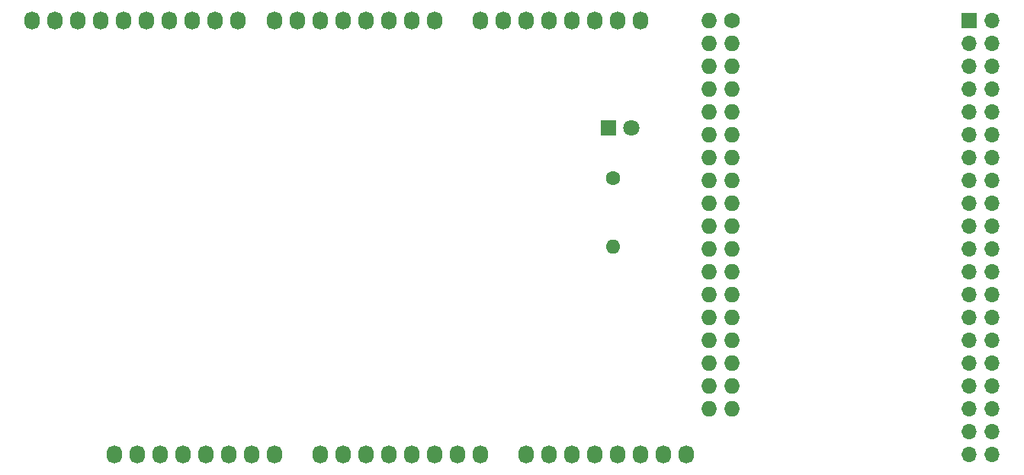
<source format=gbr>
%TF.GenerationSoftware,KiCad,Pcbnew,6.0.2+dfsg-1*%
%TF.CreationDate,2022-06-01T22:42:03-04:00*%
%TF.ProjectId,kim1-earthpeople,6b696d31-2d65-4617-9274-6870656f706c,rev?*%
%TF.SameCoordinates,Original*%
%TF.FileFunction,Soldermask,Bot*%
%TF.FilePolarity,Negative*%
%FSLAX46Y46*%
G04 Gerber Fmt 4.6, Leading zero omitted, Abs format (unit mm)*
G04 Created by KiCad (PCBNEW 6.0.2+dfsg-1) date 2022-06-01 22:42:03*
%MOMM*%
%LPD*%
G01*
G04 APERTURE LIST*
%ADD10C,1.600000*%
%ADD11O,1.600000X1.600000*%
%ADD12R,1.800000X1.800000*%
%ADD13C,1.800000*%
%ADD14O,1.727200X2.032000*%
%ADD15O,1.727200X1.727200*%
%ADD16C,1.727200*%
%ADD17R,1.700000X1.700000*%
%ADD18O,1.700000X1.700000*%
G04 APERTURE END LIST*
D10*
%TO.C,R101*%
X186700000Y-88400000D03*
D11*
X186700000Y-96020000D03*
%TD*%
D12*
%TO.C,D101*%
X186125000Y-82800000D03*
D13*
X188665000Y-82800000D03*
%TD*%
D14*
%TO.C,P2*%
X131318000Y-119126000D03*
X133858000Y-119126000D03*
X136398000Y-119126000D03*
X138938000Y-119126000D03*
X141478000Y-119126000D03*
X144018000Y-119126000D03*
X146558000Y-119126000D03*
X149098000Y-119126000D03*
%TD*%
%TO.C,P3*%
X154178000Y-119126000D03*
X156718000Y-119126000D03*
X159258000Y-119126000D03*
X161798000Y-119126000D03*
X164338000Y-119126000D03*
X166878000Y-119126000D03*
X169418000Y-119126000D03*
X171958000Y-119126000D03*
%TD*%
%TO.C,P4*%
X177038000Y-119126000D03*
X179578000Y-119126000D03*
X182118000Y-119126000D03*
X184658000Y-119126000D03*
X187198000Y-119126000D03*
X189738000Y-119126000D03*
X192278000Y-119126000D03*
X194818000Y-119126000D03*
%TD*%
%TO.C,P5*%
X145034000Y-70866000D03*
X142494000Y-70866000D03*
X139954000Y-70866000D03*
X137414000Y-70866000D03*
X134874000Y-70866000D03*
X132334000Y-70866000D03*
X129794000Y-70866000D03*
X127254000Y-70866000D03*
X124714000Y-70866000D03*
X122174000Y-70866000D03*
%TD*%
%TO.C,P6*%
X166878000Y-70866000D03*
X164338000Y-70866000D03*
X161798000Y-70866000D03*
X159258000Y-70866000D03*
X156718000Y-70866000D03*
X154178000Y-70866000D03*
X151638000Y-70866000D03*
X149098000Y-70866000D03*
%TD*%
%TO.C,P7*%
X189738000Y-70866000D03*
X187198000Y-70866000D03*
X184658000Y-70866000D03*
X182118000Y-70866000D03*
X179578000Y-70866000D03*
X177038000Y-70866000D03*
X174498000Y-70866000D03*
X171958000Y-70866000D03*
%TD*%
D15*
%TO.C,J101*%
X197358000Y-70866000D03*
D16*
X199898000Y-70866000D03*
D15*
X197358000Y-73406000D03*
X199898000Y-73406000D03*
X197358000Y-75946000D03*
X199898000Y-75946000D03*
X197358000Y-78486000D03*
X199898000Y-78486000D03*
X197358000Y-81026000D03*
X199898000Y-81026000D03*
X197358000Y-83566000D03*
X199898000Y-83566000D03*
X197358000Y-86106000D03*
X199898000Y-86106000D03*
X197358000Y-88646000D03*
X199898000Y-88646000D03*
X197358000Y-91186000D03*
X199898000Y-91186000D03*
X197358000Y-93726000D03*
X199898000Y-93726000D03*
X197358000Y-96266000D03*
X199898000Y-96266000D03*
X197358000Y-98806000D03*
X199898000Y-98806000D03*
X197358000Y-101346000D03*
X199898000Y-101346000D03*
X197358000Y-103886000D03*
X199898000Y-103886000D03*
X197358000Y-106426000D03*
X199898000Y-106426000D03*
X197358000Y-108966000D03*
X199898000Y-108966000D03*
X197358000Y-111506000D03*
X199898000Y-111506000D03*
X197358000Y-114046000D03*
X199898000Y-114046000D03*
%TD*%
D17*
%TO.C,J102*%
X226225000Y-70875000D03*
D18*
X228765000Y-70875000D03*
X226225000Y-73415000D03*
X228765000Y-73415000D03*
X226225000Y-75955000D03*
X228765000Y-75955000D03*
X226225000Y-78495000D03*
X228765000Y-78495000D03*
X226225000Y-81035000D03*
X228765000Y-81035000D03*
X226225000Y-83575000D03*
X228765000Y-83575000D03*
X226225000Y-86115000D03*
X228765000Y-86115000D03*
X226225000Y-88655000D03*
X228765000Y-88655000D03*
X226225000Y-91195000D03*
X228765000Y-91195000D03*
X226225000Y-93735000D03*
X228765000Y-93735000D03*
X226225000Y-96275000D03*
X228765000Y-96275000D03*
X226225000Y-98815000D03*
X228765000Y-98815000D03*
X226225000Y-101355000D03*
X228765000Y-101355000D03*
X226225000Y-103895000D03*
X228765000Y-103895000D03*
X226225000Y-106435000D03*
X228765000Y-106435000D03*
X226225000Y-108975000D03*
X228765000Y-108975000D03*
X226225000Y-111515000D03*
X228765000Y-111515000D03*
X226225000Y-114055000D03*
X228765000Y-114055000D03*
X226225000Y-116595000D03*
X228765000Y-116595000D03*
X226225000Y-119135000D03*
X228765000Y-119135000D03*
%TD*%
M02*

</source>
